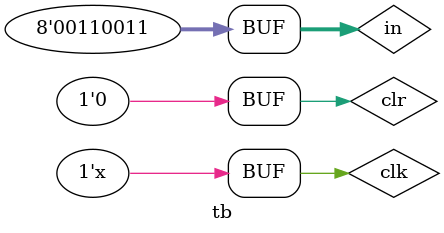
<source format=v>
`timescale 1ns / 1ps


module tb;

	// Inputs
	reg clk;
	reg clr;
	reg [7:0] in;

	// Outputs
	wire out;

	// Instantiate the Unit Under Test (UUT)
	string uut (
		.clk(clk), 
		.clr(clr), 
		.in(in), 
		.out(out)
	);

	initial begin
		// Initialize Inputs
		clk = 0;
		clr = 0;
		in = 0;

		// Wait 100 ns for global reset to finish
		#100;
      
		#10;
		in = 8'd49;
		#10;
		in = 8'd42;
		#10;
		in = 8'd50;
		#10;
		in = 8'd43;
		#20;
		clr = 1'd1;
		#20;
		clr = 1'd0;
		#10;
		in = 8'd49;
		#10;
		in = 8'd42;
		#10;
		in = 8'd50;
		#10;
		in = 8'd43;
		#10;
		in = 8'd51;
		// Add stimulus here

	end
   
	always #5 begin
		clk = ~clk;
	end
endmodule


</source>
